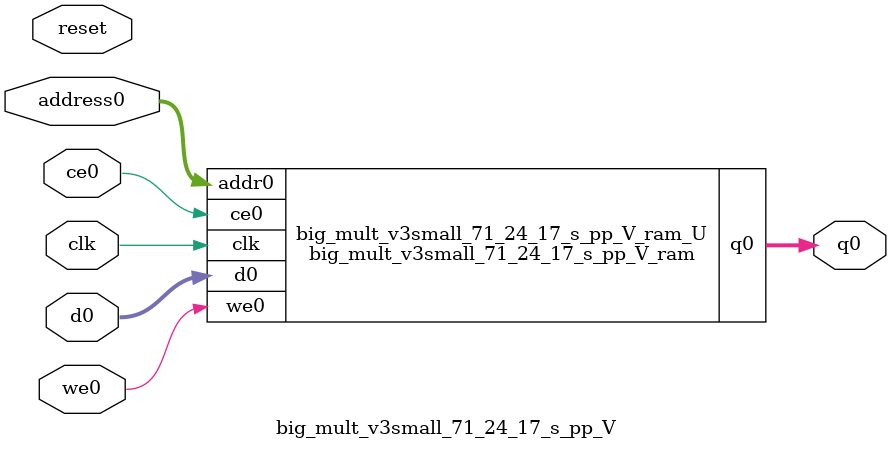
<source format=v>

`timescale 1 ns / 1 ps
module big_mult_v3small_71_24_17_s_pp_V_ram (addr0, ce0, d0, we0, q0,  clk);

parameter DWIDTH = 41;
parameter AWIDTH = 3;
parameter MEM_SIZE = 5;

input[AWIDTH-1:0] addr0;
input ce0;
input[DWIDTH-1:0] d0;
input we0;
output reg[DWIDTH-1:0] q0;
input clk;

(* ram_style = "block" *)reg [DWIDTH-1:0] ram[MEM_SIZE-1:0];




always @(posedge clk)  
begin 
    if (ce0) 
    begin
        if (we0) 
        begin 
            ram[addr0] <= d0; 
            q0 <= d0;
        end 
        else 
            q0 <= ram[addr0];
    end
end


endmodule


`timescale 1 ns / 1 ps
module big_mult_v3small_71_24_17_s_pp_V(
    reset,
    clk,
    address0,
    ce0,
    we0,
    d0,
    q0);

parameter DataWidth = 32'd41;
parameter AddressRange = 32'd5;
parameter AddressWidth = 32'd3;
input reset;
input clk;
input[AddressWidth - 1:0] address0;
input ce0;
input we0;
input[DataWidth - 1:0] d0;
output[DataWidth - 1:0] q0;




big_mult_v3small_71_24_17_s_pp_V_ram big_mult_v3small_71_24_17_s_pp_V_ram_U(
    .clk( clk ),
    .addr0( address0 ),
    .ce0( ce0 ),
    .d0( d0 ),
    .we0( we0 ),
    .q0( q0 ));

endmodule


</source>
